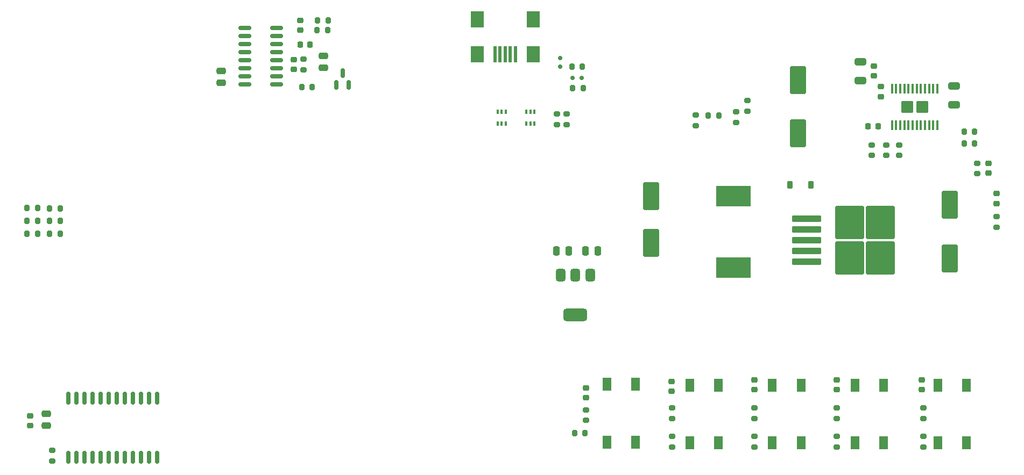
<source format=gbr>
%TF.GenerationSoftware,KiCad,Pcbnew,8.0.3*%
%TF.CreationDate,2024-08-04T18:58:25-04:00*%
%TF.ProjectId,UMTK,554d544b-2e6b-4696-9361-645f70636258,rev?*%
%TF.SameCoordinates,Original*%
%TF.FileFunction,Paste,Top*%
%TF.FilePolarity,Positive*%
%FSLAX46Y46*%
G04 Gerber Fmt 4.6, Leading zero omitted, Abs format (unit mm)*
G04 Created by KiCad (PCBNEW 8.0.3) date 2024-08-04 18:58:25*
%MOMM*%
%LPD*%
G01*
G04 APERTURE LIST*
G04 Aperture macros list*
%AMRoundRect*
0 Rectangle with rounded corners*
0 $1 Rounding radius*
0 $2 $3 $4 $5 $6 $7 $8 $9 X,Y pos of 4 corners*
0 Add a 4 corners polygon primitive as box body*
4,1,4,$2,$3,$4,$5,$6,$7,$8,$9,$2,$3,0*
0 Add four circle primitives for the rounded corners*
1,1,$1+$1,$2,$3*
1,1,$1+$1,$4,$5*
1,1,$1+$1,$6,$7*
1,1,$1+$1,$8,$9*
0 Add four rect primitives between the rounded corners*
20,1,$1+$1,$2,$3,$4,$5,0*
20,1,$1+$1,$4,$5,$6,$7,0*
20,1,$1+$1,$6,$7,$8,$9,0*
20,1,$1+$1,$8,$9,$2,$3,0*%
G04 Aperture macros list end*
%ADD10RoundRect,0.250000X-0.475000X0.250000X-0.475000X-0.250000X0.475000X-0.250000X0.475000X0.250000X0*%
%ADD11RoundRect,0.225000X0.225000X0.250000X-0.225000X0.250000X-0.225000X-0.250000X0.225000X-0.250000X0*%
%ADD12RoundRect,0.200000X-0.275000X0.200000X-0.275000X-0.200000X0.275000X-0.200000X0.275000X0.200000X0*%
%ADD13RoundRect,0.200000X0.200000X0.275000X-0.200000X0.275000X-0.200000X-0.275000X0.200000X-0.275000X0*%
%ADD14RoundRect,0.150000X-0.200000X0.150000X-0.200000X-0.150000X0.200000X-0.150000X0.200000X0.150000X0*%
%ADD15RoundRect,0.200000X0.275000X-0.200000X0.275000X0.200000X-0.275000X0.200000X-0.275000X-0.200000X0*%
%ADD16RoundRect,0.150000X-0.150000X0.875000X-0.150000X-0.875000X0.150000X-0.875000X0.150000X0.875000X0*%
%ADD17RoundRect,0.225000X-0.250000X0.225000X-0.250000X-0.225000X0.250000X-0.225000X0.250000X0.225000X0*%
%ADD18RoundRect,0.250000X-2.050000X-0.300000X2.050000X-0.300000X2.050000X0.300000X-2.050000X0.300000X0*%
%ADD19RoundRect,0.250000X-2.025000X-2.375000X2.025000X-2.375000X2.025000X2.375000X-2.025000X2.375000X0*%
%ADD20RoundRect,0.100000X0.100000X-0.225000X0.100000X0.225000X-0.100000X0.225000X-0.100000X-0.225000X0*%
%ADD21RoundRect,0.200000X-0.200000X-0.275000X0.200000X-0.275000X0.200000X0.275000X-0.200000X0.275000X0*%
%ADD22RoundRect,0.250000X0.650000X-0.325000X0.650000X0.325000X-0.650000X0.325000X-0.650000X-0.325000X0*%
%ADD23RoundRect,0.250000X0.475000X-0.250000X0.475000X0.250000X-0.475000X0.250000X-0.475000X-0.250000X0*%
%ADD24RoundRect,0.250000X-1.000000X1.950000X-1.000000X-1.950000X1.000000X-1.950000X1.000000X1.950000X0*%
%ADD25RoundRect,0.375000X-0.375000X0.625000X-0.375000X-0.625000X0.375000X-0.625000X0.375000X0.625000X0*%
%ADD26RoundRect,0.500000X-1.400000X0.500000X-1.400000X-0.500000X1.400000X-0.500000X1.400000X0.500000X0*%
%ADD27RoundRect,0.150000X0.850000X0.150000X-0.850000X0.150000X-0.850000X-0.150000X0.850000X-0.150000X0*%
%ADD28R,1.400000X2.100000*%
%ADD29RoundRect,0.250000X1.000000X-1.950000X1.000000X1.950000X-1.000000X1.950000X-1.000000X-1.950000X0*%
%ADD30RoundRect,0.150000X0.150000X0.200000X-0.150000X0.200000X-0.150000X-0.200000X0.150000X-0.200000X0*%
%ADD31RoundRect,0.225000X-0.225000X-0.375000X0.225000X-0.375000X0.225000X0.375000X-0.225000X0.375000X0*%
%ADD32RoundRect,0.225000X0.250000X-0.225000X0.250000X0.225000X-0.250000X0.225000X-0.250000X-0.225000X0*%
%ADD33R,0.500000X2.500000*%
%ADD34R,2.000000X2.500000*%
%ADD35RoundRect,0.250000X0.695000X-0.715000X0.695000X0.715000X-0.695000X0.715000X-0.695000X-0.715000X0*%
%ADD36RoundRect,0.100000X0.100000X-0.687500X0.100000X0.687500X-0.100000X0.687500X-0.100000X-0.687500X0*%
%ADD37RoundRect,0.150000X0.150000X-0.587500X0.150000X0.587500X-0.150000X0.587500X-0.150000X-0.587500X0*%
%ADD38RoundRect,0.250000X0.250000X0.475000X-0.250000X0.475000X-0.250000X-0.475000X0.250000X-0.475000X0*%
%ADD39RoundRect,0.225000X-0.225000X-0.250000X0.225000X-0.250000X0.225000X0.250000X-0.225000X0.250000X0*%
%ADD40R,5.500000X3.250000*%
G04 APERTURE END LIST*
D10*
%TO.C,C13*%
X80137000Y-29210000D03*
X80137000Y-31110000D03*
%TD*%
D11*
%TO.C,C12*%
X167361200Y-40284400D03*
X165811200Y-40284400D03*
%TD*%
D12*
%TO.C,R5*%
X146812000Y-36259000D03*
X146812000Y-37909000D03*
%TD*%
D13*
%TO.C,R19*%
X35104800Y-53178800D03*
X33454800Y-53178800D03*
%TD*%
D14*
%TO.C,D2*%
X117348000Y-30926000D03*
X117348000Y-29526000D03*
%TD*%
D15*
%TO.C,R12*%
X134960652Y-90825000D03*
X134960652Y-89175000D03*
%TD*%
D16*
%TO.C,U6*%
X53974000Y-83141000D03*
X52704000Y-83141000D03*
X51434000Y-83141000D03*
X50164000Y-83141000D03*
X48894000Y-83141000D03*
X47624000Y-83141000D03*
X46354000Y-83141000D03*
X45084000Y-83141000D03*
X43814000Y-83141000D03*
X42544000Y-83141000D03*
X41274000Y-83141000D03*
X40004000Y-83141000D03*
X40004000Y-92441000D03*
X41274000Y-92441000D03*
X42544000Y-92441000D03*
X43814000Y-92441000D03*
X45084000Y-92441000D03*
X46354000Y-92441000D03*
X47624000Y-92441000D03*
X48894000Y-92441000D03*
X50164000Y-92441000D03*
X51434000Y-92441000D03*
X52704000Y-92441000D03*
X53974000Y-92441000D03*
%TD*%
D15*
%TO.C,R17*%
X174500000Y-86325000D03*
X174500000Y-84675000D03*
%TD*%
D17*
%TO.C,C5*%
X174244000Y-80238000D03*
X174244000Y-81788000D03*
%TD*%
D18*
%TO.C,U10*%
X156150000Y-54829000D03*
X156150000Y-56529000D03*
X156150000Y-58229000D03*
D19*
X162875000Y-55454000D03*
X162875000Y-61004000D03*
X167725000Y-55454000D03*
X167725000Y-61004000D03*
D18*
X156150000Y-59929000D03*
X156150000Y-61629000D03*
%TD*%
D13*
%TO.C,R30*%
X80822800Y-23622000D03*
X79172800Y-23622000D03*
%TD*%
D12*
%TO.C,R21*%
X170688000Y-43242000D03*
X170688000Y-44892000D03*
%TD*%
D15*
%TO.C,R33*%
X37388800Y-93039200D03*
X37388800Y-91389200D03*
%TD*%
D13*
%TO.C,R27*%
X182552667Y-43000000D03*
X180902667Y-43000000D03*
%TD*%
D20*
%TO.C,U11*%
X107514000Y-39873000D03*
X108164000Y-39873000D03*
X108814000Y-39873000D03*
X108814000Y-37973000D03*
X108164000Y-37973000D03*
X107514000Y-37973000D03*
%TD*%
D21*
%TO.C,R23*%
X37008800Y-55210800D03*
X38658800Y-55210800D03*
%TD*%
D22*
%TO.C,C9*%
X164592000Y-33072500D03*
X164592000Y-30122500D03*
%TD*%
D23*
%TO.C,C16*%
X64000000Y-33450000D03*
X64000000Y-31550000D03*
%TD*%
D13*
%TO.C,R20*%
X35104800Y-55210800D03*
X33454800Y-55210800D03*
%TD*%
D15*
%TO.C,R15*%
X160881956Y-86325000D03*
X160881956Y-84675000D03*
%TD*%
%TO.C,R34*%
X168656000Y-44894000D03*
X168656000Y-43244000D03*
%TD*%
%TO.C,R13*%
X147921304Y-86325000D03*
X147921304Y-84675000D03*
%TD*%
D24*
%TO.C,C17*%
X178689000Y-52696000D03*
X178689000Y-61096000D03*
%TD*%
D25*
%TO.C,U13*%
X122061000Y-63754000D03*
X119761000Y-63754000D03*
D26*
X119761000Y-70054000D03*
D25*
X117461000Y-63754000D03*
%TD*%
D13*
%TO.C,R32*%
X78361000Y-34114500D03*
X76711000Y-34114500D03*
%TD*%
D27*
%TO.C,U2*%
X72710000Y-33733500D03*
X72710000Y-32463500D03*
X72710000Y-31193500D03*
X72710000Y-29923500D03*
X72710000Y-28653500D03*
X72710000Y-27383500D03*
X72710000Y-26113500D03*
X72710000Y-24843500D03*
X67710000Y-24843500D03*
X67710000Y-26113500D03*
X67710000Y-27383500D03*
X67710000Y-28653500D03*
X67710000Y-29923500D03*
X67710000Y-31193500D03*
X67710000Y-32463500D03*
X67710000Y-33733500D03*
%TD*%
D21*
%TO.C,R22*%
X37008800Y-53220800D03*
X38658800Y-53220800D03*
%TD*%
D17*
%TO.C,C14*%
X76454000Y-23596000D03*
X76454000Y-25146000D03*
%TD*%
D20*
%TO.C,U12*%
X112014000Y-39878000D03*
X112664000Y-39878000D03*
X113314000Y-39878000D03*
X113314000Y-37978000D03*
X112664000Y-37978000D03*
X112014000Y-37978000D03*
%TD*%
D13*
%TO.C,R1*%
X142303000Y-38608000D03*
X140653000Y-38608000D03*
%TD*%
D15*
%TO.C,R11*%
X134960652Y-86325000D03*
X134960652Y-84675000D03*
%TD*%
%TO.C,R14*%
X147921304Y-90825000D03*
X147921304Y-89175000D03*
%TD*%
D28*
%TO.C,S3*%
X155250000Y-81075000D03*
X155250000Y-90175000D03*
X150750000Y-81075000D03*
X150750000Y-90175000D03*
%TD*%
D13*
%TO.C,R31*%
X80772000Y-25146000D03*
X79122000Y-25146000D03*
%TD*%
D29*
%TO.C,C21*%
X131699000Y-58700000D03*
X131699000Y-51300000D03*
%TD*%
D10*
%TO.C,C6*%
X36500000Y-85600000D03*
X36500000Y-87500000D03*
%TD*%
D13*
%TO.C,R10*%
X121284000Y-88646000D03*
X119634000Y-88646000D03*
%TD*%
%TO.C,R35*%
X35104800Y-57242800D03*
X33454800Y-57242800D03*
%TD*%
D30*
%TO.C,D3*%
X119315000Y-32639000D03*
X120715000Y-32639000D03*
%TD*%
D31*
%TO.C,D1*%
X153545000Y-49530000D03*
X156845000Y-49530000D03*
%TD*%
D28*
%TO.C,S5*%
X181250000Y-81075000D03*
X181250000Y-90175000D03*
X176750000Y-81075000D03*
X176750000Y-90175000D03*
%TD*%
D15*
%TO.C,R7*%
X116840000Y-40005000D03*
X116840000Y-38355000D03*
%TD*%
D28*
%TO.C,S4*%
X168250000Y-81075000D03*
X168250000Y-90175000D03*
X163750000Y-81075000D03*
X163750000Y-90175000D03*
%TD*%
D32*
%TO.C,R28*%
X75438000Y-31333500D03*
X75438000Y-29783500D03*
%TD*%
D33*
%TO.C,J8*%
X110300000Y-28959000D03*
X109500000Y-28959000D03*
X108700000Y-28959000D03*
X107900000Y-28959000D03*
X107100000Y-28959000D03*
D34*
X113100000Y-28959000D03*
X113100000Y-23459000D03*
X104300000Y-28959000D03*
X104300000Y-23459000D03*
%TD*%
D35*
%TO.C,U1*%
X171969000Y-37259500D03*
X174309000Y-37259500D03*
D36*
X169564000Y-40122000D03*
X170214000Y-40122000D03*
X170864000Y-40122000D03*
X171514000Y-40122000D03*
X172164000Y-40122000D03*
X172814000Y-40122000D03*
X173464000Y-40122000D03*
X174114000Y-40122000D03*
X174764000Y-40122000D03*
X175414000Y-40122000D03*
X176064000Y-40122000D03*
X176714000Y-40122000D03*
X176714000Y-34397000D03*
X176064000Y-34397000D03*
X175414000Y-34397000D03*
X174764000Y-34397000D03*
X174114000Y-34397000D03*
X173464000Y-34397000D03*
X172814000Y-34397000D03*
X172164000Y-34397000D03*
X171514000Y-34397000D03*
X170864000Y-34397000D03*
X170214000Y-34397000D03*
X169564000Y-34397000D03*
%TD*%
D15*
%TO.C,R9*%
X121412000Y-86614000D03*
X121412000Y-84964000D03*
%TD*%
D17*
%TO.C,C3*%
X147921304Y-80225000D03*
X147921304Y-81775000D03*
%TD*%
D15*
%TO.C,R18*%
X174500000Y-90825000D03*
X174500000Y-89175000D03*
%TD*%
D32*
%TO.C,C23*%
X186055000Y-52451000D03*
X186055000Y-50901000D03*
%TD*%
D28*
%TO.C,S2*%
X142250000Y-81075000D03*
X142250000Y-90175000D03*
X137750000Y-81075000D03*
X137750000Y-90175000D03*
%TD*%
D15*
%TO.C,R6*%
X118364000Y-40005000D03*
X118364000Y-38355000D03*
%TD*%
D37*
%TO.C,Q1*%
X82174000Y-33782000D03*
X84074000Y-33782000D03*
X83124000Y-31907000D03*
%TD*%
D38*
%TO.C,C19*%
X123251000Y-59919000D03*
X121351000Y-59919000D03*
%TD*%
D15*
%TO.C,R36*%
X186055000Y-56197000D03*
X186055000Y-54547000D03*
%TD*%
D13*
%TO.C,R2*%
X120840000Y-30861000D03*
X119190000Y-30861000D03*
%TD*%
D15*
%TO.C,R16*%
X160881956Y-90825000D03*
X160881956Y-89175000D03*
%TD*%
D21*
%TO.C,R24*%
X37008800Y-57200800D03*
X38658800Y-57200800D03*
%TD*%
D15*
%TO.C,R25*%
X166370000Y-44894000D03*
X166370000Y-43244000D03*
%TD*%
D13*
%TO.C,R3*%
X120967000Y-34290000D03*
X119317000Y-34290000D03*
%TD*%
D32*
%TO.C,C8*%
X166735667Y-32372500D03*
X166735667Y-30822500D03*
%TD*%
D12*
%TO.C,R8*%
X145034000Y-38037000D03*
X145034000Y-39687000D03*
%TD*%
D17*
%TO.C,C7*%
X167843200Y-34073800D03*
X167843200Y-35623800D03*
%TD*%
%TO.C,C2*%
X134874000Y-80492000D03*
X134874000Y-82042000D03*
%TD*%
D13*
%TO.C,R26*%
X182552667Y-41148000D03*
X180902667Y-41148000D03*
%TD*%
D15*
%TO.C,R29*%
X76962000Y-31383500D03*
X76962000Y-29733500D03*
%TD*%
D32*
%TO.C,C22*%
X184785000Y-47701000D03*
X184785000Y-46151000D03*
%TD*%
D12*
%TO.C,R37*%
X183007000Y-46101000D03*
X183007000Y-47751000D03*
%TD*%
D24*
%TO.C,C11*%
X154744000Y-32985500D03*
X154744000Y-41385500D03*
%TD*%
D28*
%TO.C,S1*%
X129250000Y-80950000D03*
X129250000Y-90050000D03*
X124750000Y-80950000D03*
X124750000Y-90050000D03*
%TD*%
D39*
%TO.C,C15*%
X76428000Y-27432000D03*
X77978000Y-27432000D03*
%TD*%
D17*
%TO.C,C1*%
X121412000Y-81508000D03*
X121412000Y-83058000D03*
%TD*%
D22*
%TO.C,C10*%
X179324000Y-36918200D03*
X179324000Y-33968200D03*
%TD*%
D40*
%TO.C,L1*%
X144645000Y-51335000D03*
X144645000Y-62585000D03*
%TD*%
D17*
%TO.C,C20*%
X34000000Y-85950000D03*
X34000000Y-87500000D03*
%TD*%
%TO.C,C4*%
X160881956Y-80225000D03*
X160881956Y-81775000D03*
%TD*%
D12*
%TO.C,R4*%
X138684000Y-38545000D03*
X138684000Y-40195000D03*
%TD*%
D38*
%TO.C,C18*%
X118679000Y-59919000D03*
X116779000Y-59919000D03*
%TD*%
M02*

</source>
